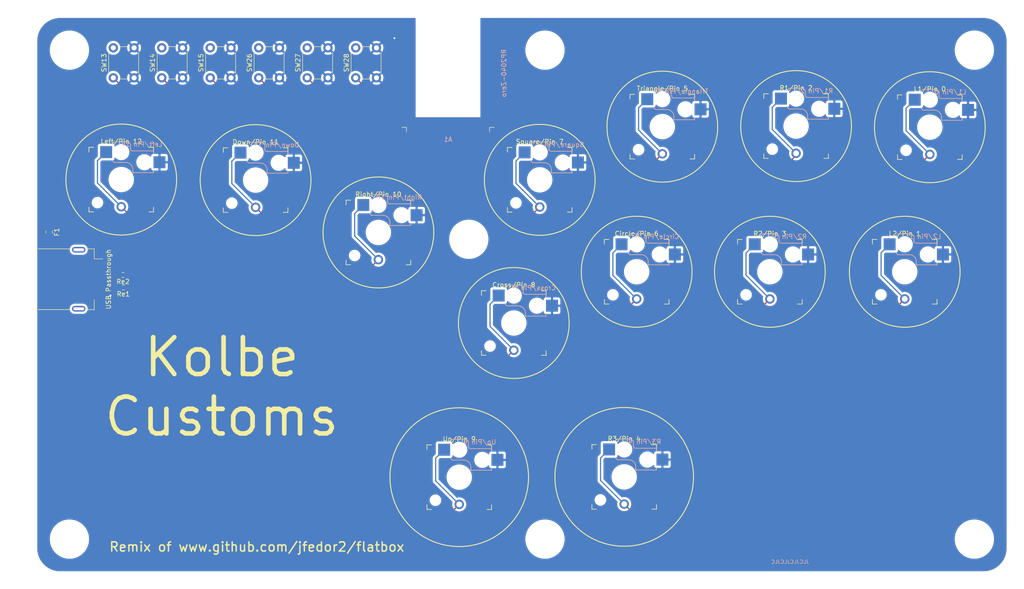
<source format=kicad_pcb>
(kicad_pcb (version 20221018) (generator pcbnew)
  (layers (0 "F.Cu" signal) (31 "B.Cu" signal) (34 "B.Paste" user) (35 "F.Paste" user) (36 "B.SilkS" user "B.Silkscreen") (37 "F.SilkS" user "F.Silkscreen") (38 "B.Mask" user) (39 "F.Mask" user) (44 "Edge.Cuts" user))
  (net 0 "")
  (net 1 "GND")
  (net 2 "LEFT")
  (net 3 "DOWN")
  (net 4 "RIGHT")
  (net 5 "UP")
  (net 6 "L1")
  (net 7 "R1")
  (net 8 "TRIANGLE")
  (net 9 "SQUARE")
  (net 10 "CIRCLE")
  (net 11 "CROSS")
  (net 12 "R2")
  (net 13 "L2")
  (net 14 "OPT1")
  (net 15 "OPT2")
  (net 16 "OPT3")
  (net 17 "OPT4")
  (net 18 "OPT5")
  (net 19 "TOUCH")
  (net 20 "5V")
  (net 21 "D-")
  (net 22 "D+")
  (net 23 "3V3")
  (footprint "Kailh:Kailh_socket_PG1350_optional" (layer "F.Cu") (at 87.32 65.17)
    (fp_text reference "Down/Pin 11")
    (fp_text value "SW_Push")
  )
  (footprint "Kailh:Kailh_socket_PG1350_optional" (layer "F.Cu") (at 113.92 76.52)
    (fp_text reference "Right/Pin 10")
    (fp_text value "SW_Push")
  )
  (footprint "Kailh:Kailh_socket_PG1350_optional" (layer "F.Cu") (at 131.43 129.57)
    (fp_text reference "Up/Pin 9")
    (fp_text value "SW_Push")
  )
  (footprint "Kailh:Kailh_socket_PG1350_optional" (layer "F.Cu") (at 148.86 65.11)
    (fp_text reference "Square/Pin 7")
    (fp_text value "SW_Push")
  )
  (footprint "Kailh:Kailh_socket_PG1350_optional" (layer "F.Cu") (at 175.42 53.58)
    (fp_text reference "Triangle/Pin 5")
    (fp_text value "SW_Push")
  )
  (footprint "Kailh:Kailh_socket_PG1350_optional" (layer "F.Cu") (at 204.39 53.46)
    (fp_text reference "R1/Pin 2")
    (fp_text value "SW_Push")
  )
  (footprint "Kailh:Kailh_socket_PG1350_optional" (layer "F.Cu") (at 233.36 53.7)
    (fp_text reference "L1/Pin 0")
    (fp_text value "SW_Push")
  )
  (footprint "Kailh:Kailh_socket_PG1350_optional" (layer "F.Cu") (at 143.25 96.15)
    (fp_text reference "Cross/Pin 8")
    (fp_text value "SW_Push")
  )
  (footprint "Kailh:Kailh_socket_PG1350_optional" (layer "F.Cu") (at 169.86 85.04)
    (fp_text reference "Circle/Pin 6")
    (fp_text value "SW_Push")
  )
  (footprint "Kailh:Kailh_socket_PG1350_optional" (layer "F.Cu") (at 198.71 85.04)
    (fp_text reference "R2/Pin 3")
    (fp_text value "SW_Push")
  )
  (footprint "Kailh:Kailh_socket_PG1350_optional" (layer "F.Cu") (at 227.92 85.04)
    (fp_text reference "L2/Pin 1")
    (fp_text value "SW_Push")
  )
  (footprint "MountingHole:MountingHole_6.4mm_M6" (layer "F.Cu") (at 47 37)
    (fp_text reference "H1" hide)
    (fp_text value "MountingHole")
  )
  (footprint "MountingHole:MountingHole_6.4mm_M6" (layer "F.Cu") (at 47 143)
    (fp_text reference "H4" hide)
    (fp_text value "MountingHole")
  )
  (footprint "MountingHole:MountingHole_6.4mm_M6" (layer "F.Cu") (at 243 143)
    (fp_text reference "H6" hide)
    (fp_text value "MountingHole")
  )
  (footprint "MountingHole:MountingHole_6.4mm_M6" (layer "F.Cu") (at 243 37)
    (fp_text reference "H3" hide)
    (fp_text value "MountingHole")
  )
  (footprint "Kailh:Kailh_socket_PG1350_optional" (layer "F.Cu") (at 58.225 65.05)
    (fp_text reference "Left/Pin 12")
    (fp_text value "SW_Push")
  )
  (footprint "MountingHole:MountingHole_6.4mm_M6" (layer "F.Cu") (at 150 37)
    (fp_text reference "H2" hide)
    (fp_text value "MountingHole")
  )
  (footprint "Button_Switch_THT:SW_PUSH_6mm_H5mm" (layer "F.Cu") (at 88 43 90)
    (fp_text reference "SW26")
    (fp_text value "SW_Push")
  )
  (footprint "Button_Switch_THT:SW_PUSH_6mm_H5mm" (layer "F.Cu") (at 67 43 90)
    (fp_text reference "SW14")
    (fp_text value "SW_Push")
  )
  (footprint "Button_Switch_THT:SW_PUSH_6mm_H5mm" (layer "F.Cu") (at 98.5 43 90)
    (fp_text reference "SW27")
    (fp_text value "SW_Push")
  )
  (footprint "Button_Switch_THT:SW_PUSH_6mm_H5mm" (layer "F.Cu") (at 56.5 43 90)
    (fp_text reference "SW13")
    (fp_text value "SW_Push")
  )
  (footprint "Button_Switch_THT:SW_PUSH_6mm_H5mm" (layer "F.Cu") (at 77.5 43 90)
    (fp_text reference "SW15")
    (fp_text value "SW_Push")
  )
  (footprint "Button_Switch_THT:SW_PUSH_6mm_H5mm" (layer "F.Cu") (at 109 43 90)
    (fp_text reference "SW28")
    (fp_text value "SW_Push")
  )
  (footprint "MountingHole:MountingHole_6.4mm_M6" (layer "F.Cu") (at 133.5 78)
    (fp_text reference "H7" hide)
    (fp_text value "MountingHole")
  )
  (footprint "MountingHole:MountingHole_6.4mm_M6" (layer "F.Cu") (at 150 143)
    (fp_text reference "H5" hide)
    (fp_text value "MountingHole")
  )
  (footprint "RP2040-Zero:RP2040-Zero" (layer "F.Cu") (at 129 42)
    (fp_text reference "A1")
    (fp_text value "RP2040-Zero")
  )
  (footprint "Connector_USB:USB_A_Receptacle_GCT_USB1046" (layer "F.Cu") (at 45.46 86.66 -90)
    (fp_text reference "USB Passthrough")
    (fp_text value "USB 2.0")
  )
  (footprint "Fuse:Fuse_0805_2012Metric" (layer "F.Cu") (at 42.6 76.4375 -90)
    (fp_text reference "F1")
    (fp_text value "Fuse")
  )
  (footprint "Resistor_SMD:R_0603_1608Metric" (layer "F.Cu") (at 58.6075 85.76 180)
    (fp_text reference "Re2")
    (fp_text value "Resistor 2")
  )
  (footprint "Kailh:Kailh_socket_PG1350_optional" (layer "F.Cu") (at 167.161554 129.505918)
    (fp_text reference "R3/Pin 4")
    (fp_text value "SW_Push")
  )
  (footprint "Resistor_SMD:R_0603_1608Metric" (layer "F.Cu") (at 58.68 88.45 180)
    (fp_text reference "Re1")
    (fp_text value "Resistor 1")
  )
  (gr_curve (pts (xy 75.320345 65.17053) (xy 75.320345 60.873617) (xy 77.606529 56.903105) (xy 81.317714 54.754648)) (stroke (width 0.2)) (layer "F.SilkS"))
  (gr_curve (pts (xy 93.312452 54.754648) (xy 97.023636 56.903105) (xy 99.309821 60.873617) (xy 99.309821 65.17053)) (stroke (width 0.2)) (layer "F.SilkS"))
  (gr_curve (pts (xy 181.412661 63.9974) (xy 177.701476 66.145857) (xy 173.129108 66.145857) (xy 169.417923 63.9974)) (stroke (width 0.2)) (layer "F.SilkS"))
  (gr_curve (pts (xy 233.918028 74.621539) (xy 237.629213 76.769996) (xy 239.915397 80.740507) (xy 239.915397 85.037421)) (stroke (width 0.2)) (layer "F.SilkS"))
  (gr_curve (pts (xy 233.918028 95.453303) (xy 230.206843 97.601759) (xy 225.634475 97.601759) (xy 221.92329 95.453303)) (stroke (width 0.2)) (layer "F.SilkS"))
  (gr_curve (pts (xy 182.162523 129.505583) (xy 182.162523 134.880807) (xy 179.302621 139.847718) (xy 174.660115 142.53533)) (stroke (width 0.2)) (layer "F.SilkS"))
  (gr_curve (pts (xy 123.923745 142.599412) (xy 119.281238 139.9118) (xy 116.421337 134.944889) (xy 116.421337 129.569665)) (stroke (width 0.2)) (layer "F.SilkS"))
  (gr_curve (pts (xy 204.70893 95.453303) (xy 200.997745 97.601759) (xy 196.425377 97.601759) (xy 192.714192 95.453303)) (stroke (width 0.2)) (layer "F.SilkS"))
  (gr_curve (pts (xy 159.655299 116.475836) (xy 164.297805 113.788224) (xy 170.017609 113.788224) (xy 174.660115 116.475836)) (stroke (width 0.2)) (layer "F.SilkS"))
  (gr_curve (pts (xy 192.714192 74.621539) (xy 196.425377 72.473082) (xy 200.997745 72.473082) (xy 204.70893 74.621539)) (stroke (width 0.2)) (layer "F.SilkS"))
  (gr_curve (pts (xy 239.915397 85.037421) (xy 239.915397 89.334334) (xy 237.629213 93.304846) (xy 233.918028 95.453303)) (stroke (width 0.2)) (layer "F.SilkS"))
  (gr_curve (pts (xy 142.865684 75.530868) (xy 139.154499 73.382411) (xy 136.868315 69.4119) (xy 136.868315 65.114986)) (stroke (width 0.2)) (layer "F.SilkS"))
  (gr_curve (pts (xy 210.706299 85.037421) (xy 210.706299 89.334334) (xy 208.420115 93.304846) (xy 204.70893 95.453303)) (stroke (width 0.2)) (layer "F.SilkS"))
  (gr_curve (pts (xy 210.385198 43.047376) (xy 214.096383 45.195832) (xy 216.382567 49.166344) (xy 216.382567 53.463258)) (stroke (width 0.2)) (layer "F.SilkS"))
  (gr_curve (pts (xy 221.92329 95.453303) (xy 218.212105 93.304846) (xy 215.925921 89.334334) (xy 215.925921 85.037421)) (stroke (width 0.2)) (layer "F.SilkS"))
  (gr_curve (pts (xy 93.312452 75.586412) (xy 89.601267 77.734869) (xy 85.028899 77.734869) (xy 81.317714 75.586412)) (stroke (width 0.2)) (layer "F.SilkS"))
  (gr_curve (pts (xy 175.854652 95.453303) (xy 172.143467 97.601759) (xy 167.571099 97.601759) (xy 163.859914 95.453303)) (stroke (width 0.2)) (layer "F.SilkS"))
  (gr_curve (pts (xy 186.716823 85.037421) (xy 186.716823 80.740507) (xy 189.003008 76.769996) (xy 192.714192 74.621539)) (stroke (width 0.2)) (layer "F.SilkS"))
  (gr_curve (pts (xy 138.928561 142.599412) (xy 134.286055 145.287024) (xy 128.566251 145.287024) (xy 123.923745 142.599412)) (stroke (width 0.2)) (layer "F.SilkS"))
  (gr_curve (pts (xy 169.417923 43.165636) (xy 173.129108 41.01718) (xy 177.701476 41.01718) (xy 181.412661 43.165636)) (stroke (width 0.2)) (layer "F.SilkS"))
  (gr_curve (pts (xy 64.221646 54.636398) (xy 67.932831 56.784855) (xy 70.219015 60.755367) (xy 70.219015 65.05228)) (stroke (width 0.2)) (layer "F.SilkS"))
  (gr_curve (pts (xy 245.355098 53.699766) (xy 245.355097 60.342218) (xy 239.98487 65.72699) (xy 233.36036 65.72699)) (stroke (width 0.2)) (layer "F.SilkS"))
  (gr_curve (pts (xy 160.857791 65.114986) (xy 160.857791 69.4119) (xy 158.571607 73.382411) (xy 154.860422 75.530868)) (stroke (width 0.2)) (layer "F.SilkS"))
  (gr_curve (pts (xy 52.226909 54.636398) (xy 55.938093 52.487941) (xy 60.510462 52.487941) (xy 64.221646 54.636398)) (stroke (width 0.2)) (layer "F.SilkS"))
  (gr_curve (pts (xy 131.255108 96.153426) (xy 131.255108 91.856513) (xy 133.541293 87.886001) (xy 137.252477 85.737546)) (stroke (width 0.2)) (layer "F.SilkS"))
  (gr_curve (pts (xy 192.393091 53.463258) (xy 192.393091 49.166344) (xy 194.679275 45.195832) (xy 198.39046 43.047376)) (stroke (width 0.2)) (layer "F.SilkS"))
  (gr_curve (pts (xy 119.919904 86.938924) (xy 116.208719 89.08738) (xy 111.636351 89.08738) (xy 107.925166 86.938924)) (stroke (width 0.2)) (layer "F.SilkS"))
  (gr_curve (pts (xy 101.927798 76.523042) (xy 101.927798 72.226128) (xy 104.213982 68.255617) (xy 107.925166 66.10716)) (stroke (width 0.2)) (layer "F.SilkS"))
  (gr_curve (pts (xy 137.252477 85.737546) (xy 140.963662 83.589088) (xy 145.53603 83.589088) (xy 149.247215 85.737546)) (stroke (width 0.2)) (layer "F.SilkS"))
  (gr_curve (pts (xy 154.860422 54.699104) (xy 158.571607 56.847561) (xy 160.857791 60.818073) (xy 160.857791 65.114986)) (stroke (width 0.2)) (layer "F.SilkS"))
  (gr_curve (pts (xy 221.92329 74.621539) (xy 225.634475 72.473082) (xy 230.206843 72.473082) (xy 233.918028 74.621539)) (stroke (width 0.2)) (layer "F.SilkS"))
  (gr_curve (pts (xy 181.852021 85.037421) (xy 181.852021 89.334334) (xy 179.565837 93.304846) (xy 175.854652 95.453303)) (stroke (width 0.2)) (layer "F.SilkS"))
  (gr_curve (pts (xy 138.928561 116.539918) (xy 143.571067 119.227529) (xy 146.430969 124.194441) (xy 146.430969 129.569665)) (stroke (width 0.2)) (layer "F.SilkS"))
  (gr_curve (pts (xy 64.221646 75.468162) (xy 60.510462 77.616619) (xy 55.938093 77.616619) (xy 52.226909 75.468162)) (stroke (width 0.2)) (layer "F.SilkS"))
  (gr_curve (pts (xy 227.362991 43.283884) (xy 231.074176 41.135427) (xy 235.646544 41.135427) (xy 239.357729 43.283884)) (stroke (width 0.2)) (layer "F.SilkS"))
  (gr_curve (pts (xy 169.417923 63.9974) (xy 165.706739 61.848943) (xy 163.420555 57.878432) (xy 163.420555 53.581518)) (stroke (width 0.2)) (layer "F.SilkS"))
  (gr_curve (pts (xy 116.421337 129.569665) (xy 116.421337 124.194441) (xy 119.281238 119.227529) (xy 123.923745 116.539918)) (stroke (width 0.2)) (layer "F.SilkS"))
  (gr_curve (pts (xy 149.247215 85.737546) (xy 152.9584 87.886001) (xy 155.244584 91.856513) (xy 155.244584 96.153426)) (stroke (width 0.2)) (layer "F.SilkS"))
  (gr_curve (pts (xy 215.925921 85.037421) (xy 215.925921 80.740507) (xy 218.212105 76.769996) (xy 221.92329 74.621539)) (stroke (width 0.2)) (layer "F.SilkS"))
  (gr_curve (pts (xy 163.859914 95.453303) (xy 160.148729 93.304846) (xy 157.862545 89.334334) (xy 157.862545 85.037421)) (stroke (width 0.2)) (layer "F.SilkS"))
  (gr_curve (pts (xy 181.412661 43.165636) (xy 185.123846 45.314093) (xy 187.41003 49.284605) (xy 187.41003 53.581518)) (stroke (width 0.2)) (layer "F.SilkS"))
  (gr_curve (pts (xy 163.859914 74.621539) (xy 167.571099 72.473082) (xy 172.143467 72.473082) (xy 175.854652 74.621539)) (stroke (width 0.2)) (layer "F.SilkS"))
  (gr_curve (pts (xy 239.357729 43.283884) (xy 243.068914 45.432341) (xy 245.355098 49.402853) (xy 245.355098 53.699766)) (stroke (width 0.2)) (layer "F.SilkS"))
  (gr_curve (pts (xy 70.219015 65.05228) (xy 70.219015 69.349193) (xy 67.932831 73.319705) (xy 64.221646 75.468162)) (stroke (width 0.2)) (layer "F.SilkS"))
  (gr_curve (pts (xy 163.420555 53.581518) (xy 163.420555 49.284605) (xy 165.706739 45.314093) (xy 169.417923 43.165636)) (stroke (width 0.2)) (layer "F.SilkS"))
  (gr_curve (pts (xy 152.152891 129.505583) (xy 152.152891 124.130359) (xy 155.012792 119.163447) (xy 159.655299 116.475836)) (stroke (width 0.2)) (layer "F.SilkS"))
  (gr_curve (pts (xy 107.925166 66.10716) (xy 111.636351 63.958703) (xy 116.208719 63.958703) (xy 119.919904 66.10716)) (stroke (width 0.2)) (layer "F.SilkS"))
  (gr_curve (pts (xy 146.430969 129.569665) (xy 146.430969 134.944889) (xy 143.571067 139.9118) (xy 138.928561 142.599412)) (stroke (width 0.2)) (layer "F.SilkS"))
  (gr_curve (pts (xy 157.862545 85.037421) (xy 157.862545 80.740507) (xy 160.148729 76.769996) (xy 163.859914 74.621539)) (stroke (width 0.2)) (layer "F.SilkS"))
  (gr_curve (pts (xy 119.919904 66.10716) (xy 123.631089 68.255617) (xy 125.917273 72.226128) (xy 125.917273 76.523042)) (stroke (width 0.2)) (layer "F.SilkS"))
  (gr_curve (pts (xy 123.923745 116.539918) (xy 128.566251 113.852306) (xy 134.286055 113.852306) (xy 138.928561 116.539918)) (stroke (width 0.2)) (layer "F.SilkS"))
  (gr_curve (pts (xy 107.925166 86.938924) (xy 104.213982 84.790467) (xy 101.927798 80.819955) (xy 101.927798 76.523042)) (stroke (width 0.2)) (layer "F.SilkS"))
  (gr_curve (pts (xy 210.385198 63.879139) (xy 206.674013 66.027596) (xy 202.101645 66.027596) (xy 198.39046 63.879139)) (stroke (width 0.2)) (layer "F.SilkS"))
  (gr_curve (pts (xy 221.365622 53.699766) (xy 221.365622 49.402853) (xy 223.651806 45.432341) (xy 227.362991 43.283884)) (stroke (width 0.2)) (layer "F.SilkS"))
  (gr_curve (pts (xy 81.317714 75.586412) (xy 77.606529 73.437955) (xy 75.320345 69.467444) (xy 75.320345 65.17053)) (stroke (width 0.2)) (layer "F.SilkS"))
  (gr_curve (pts (xy 187.41003 53.581518) (xy 187.41003 57.878432) (xy 185.123846 61.848943) (xy 181.412661 63.9974)) (stroke (width 0.2)) (layer "F.SilkS"))
  (gr_curve (pts (xy 198.39046 63.879139) (xy 194.679275 61.730683) (xy 192.393091 57.760171) (xy 192.393091 53.463258)) (stroke (width 0.2)) (layer "F.SilkS"))
  (gr_curve (pts (xy 137.252477 106.569308) (xy 133.541293 104.420852) (xy 131.255108 100.45034) (xy 131.255108 96.153426)) (stroke (width 0.2)) (layer "F.SilkS"))
  (gr_curve (pts (xy 174.660115 142.53533) (xy 170.017609 145.222942) (xy 164.297805 145.222942) (xy 159.655299 142.53533)) (stroke (width 0.2)) (layer "F.SilkS"))
  (gr_curve (pts (xy 81.317714 54.754648) (xy 85.028899 52.606192) (xy 89.601267 52.606192) (xy 93.312452 54.754648)) (stroke (width 0.2)) (layer "F.SilkS"))
  (gr_curve (pts (xy 136.868315 65.114986) (xy 136.868315 60.818073) (xy 139.154499 56.847561) (xy 142.865684 54.699104)) (stroke (width 0.2)) (layer "F.SilkS"))
  (gr_curve (pts (xy 159.655299 142.53533) (xy 155.012792 139.847718) (xy 152.152891 134.880807) (xy 152.152891 129.505583)) (stroke (width 0.2)) (layer "F.SilkS"))
  (gr_curve (pts (xy 149.247215 106.569308) (xy 145.53603 108.717765) (xy 140.963662 108.717765) (xy 137.252477 106.569308)) (stroke (width 0.2)) (layer "F.SilkS"))
  (gr_curve (pts (xy 155.244584 96.153426) (xy 155.244584 100.45034) (xy 152.9584 104.420852) (xy 149.247215 106.569308)) (stroke (width 0.2)) (layer "F.SilkS"))
  (gr_curve (pts (xy 99.309821 65.17053) (xy 99.309821 69.467444) (xy 97.023636 73.437955) (xy 93.312452 75.586412)) (stroke (width 0.2)) (layer "F.SilkS"))
  (gr_curve (pts (xy 192.714192 95.453303) (xy 189.003008 93.304846) (xy 186.716823 89.334334) (xy 186.716823 85.037421)) (stroke (width 0.2)) (layer "F.SilkS"))
  (gr_curve (pts (xy 175.854652 74.621539) (xy 179.565837 76.769996) (xy 181.852021 80.740507) (xy 181.852021 85.037421)) (stroke (width 0.2)) (layer "F.SilkS"))
  (gr_curve (pts (xy 174.660115 116.475836) (xy 179.302621 119.163447) (xy 182.162523 124.130359) (xy 182.162523 129.505583)) (stroke (width 0.2)) (layer "F.SilkS"))
  (gr_curve (pts (xy 52.226909 75.468162) (xy 48.515724 73.319705) (xy 46.22954 69.349193) (xy 46.22954 65.05228)) (stroke (width 0.2)) (layer "F.SilkS"))
  (gr_curve (pts (xy 46.22954 65.05228) (xy 46.22954 60.755367) (xy 48.515724 56.784855) (xy 52.226909 54.636398)) (stroke (width 0.2)) (layer "F.SilkS"))
  (gr_curve (pts (xy 125.917273 76.523042) (xy 125.917273 80.819955) (xy 123.631089 84.790467) (xy 119.919904 86.938924)) (stroke (width 0.2)) (layer "F.SilkS"))
  (gr_curve (pts (xy 233.36036 65.72699) (xy 226.73585 65.72699) (xy 221.365623 60.342218) (xy 221.365622 53.699766)) (stroke (width 0.2)) (layer "F.SilkS"))
  (gr_curve (pts (xy 154.860422 75.530868) (xy 151.149237 77.679325) (xy 146.576869 77.679325) (xy 142.865684 75.530868)) (stroke (width 0.2)) (layer "F.SilkS"))
  (gr_curve (pts (xy 204.70893 74.621539) (xy 208.420115 76.769996) (xy 210.706299 80.740507) (xy 210.706299 85.037421)) (stroke (width 0.2)) (layer "F.SilkS"))
  (gr_curve (pts (xy 198.39046 43.047376) (xy 202.101645 40.898919) (xy 206.674013 40.898919) (xy 210.385198 43.047376)) (stroke (width 0.2)) (layer "F.SilkS"))
  (gr_curve (pts (xy 216.382567 53.463258) (xy 216.382567 57.760171) (xy 214.096383 61.730683) (xy 210.385198 63.879139)) (stroke (width 0.2)) (layer "F.SilkS"))
  (gr_curve (pts (xy 142.865684 54.699104) (xy 146.576869 52.550648) (xy 151.149237 52.550648) (xy 154.860422 54.699104)) (stroke (width 0.2)) (layer "F.SilkS"))
  (gr_line (start 250 35) (end 250 145) (stroke (width 0.05)) (layer "Edge.Cuts"))
  (gr_line (start 245 150) (end 45 150) (stroke (width 0.05)) (layer "Edge.Cuts"))
  (gr_line (start 40 145) (end 40 35) (stroke (width 0.05)) (layer "Edge.Cuts"))
  (gr_line (start 45 30) (end 122 30) (stroke (width 0.05)) (layer "Edge.Cuts"))
  (gr_line (start 136 30) (end 245 30) (stroke (width 0.05)) (layer "Edge.Cuts"))
  (gr_line (start 122 30) (end 122 51.5) (stroke (width 0.05)) (layer "Edge.Cuts"))
  (gr_arc (start 40 35) (mid 41.464466 31.464466) (end 45 30) (stroke (width 0.05)) (layer "Edge.Cuts"))
  (gr_line (start 136 51.5) (end 136 30) (stroke (width 0.05)) (layer "Edge.Cuts"))
  (gr_arc (start 45 150) (mid 41.464466 148.535534) (end 40 145) (stroke (width 0.05)) (layer "Edge.Cuts"))
  (gr_arc (start 250 145) (mid 248.535534 148.535534) (end 245 150) (stroke (width 0.05)) (layer "Edge.Cuts"))
  (gr_arc (start 245 30) (mid 248.535534 31.464466) (end 250 35) (stroke (width 0.05)) (layer "Edge.Cuts"))
  (gr_line (start 122 51.5) (end 136 51.5) (stroke (width 0.05)) (layer "Edge.Cuts"))
  (gr_text "RP2040-Zero" (at 141.1 42 90) (layer "B.SilkS") (effects (font (size 1 1)) (justify mirror)))
  (gr_text "JLCJLCJLCJLC" (at 203.08 147.91) (layer "B.SilkS") (effects (font (size 0.8 0.8) (thickness 0.12)) (justify mirror)))
  (gr_text "Remix of www.github.com/jfedor2/flatbox" (at 87.59 144.68) (layer "F.SilkS") (effects (font (size 2 2) (thickness 0.3))))
  (gr_text "Kolbe\nCustoms" (at 80 110) (layer "F.SilkS") (effects (font (size 8 8) (thickness 1))))
  (segment (start 117.42 34.38) (end 117.4 34.4) (width 0.381) (layer "F.Cu") (net 1))
  (segment (start 55.86 90.16) (end 55.9 90.2) (width 0.381) (layer "F.Cu") (net 1))
  (segment (start 52.71 90.16) (end 55.86 90.16) (width 0.381) (layer "F.Cu") (net 1))
  (segment (start 119.84 34.38) (end 117.42 34.38) (width 0.381) (layer "F.Cu") (net 1))
  (via (at 117.4 34.4) (size 0.8) (drill 0.4) (layers "F.Cu" "B.Cu") (net 1))
  (via (at 55.9 90.2) (size 0.8) (drill 0.4) (layers "F.Cu" "B.Cu") (net 1))
  (segment (start 58.225 70.95) (end 64.175 76.9) (width 0.254) (layer "F.Cu") (net 2))
  (segment (start 110.95 52.45) (end 115.16 56.66) (width 0.254) (layer "F.Cu") (net 2))
  (segment (start 68.75 76.9) (end 72.3 73.35) (width 0.254) (layer "F.Cu") (net 2))
  (segment (start 115.16 56.66) (end 125.73 56.66) (width 0.254) (layer "F.Cu") (net 2))
  (segment (start 125.73 56.66) (end 126.46 55.93) (width 0.254) (layer "F.Cu") (net 2))
  (segment (start 78.75 52.45) (end 110.95 52.45) (width 0.254) (layer "F.Cu") (net 2))
  (segment (start 126.46 55.93) (end 126.46 53.7) (width 0.254) (layer "F.Cu") (net 2))
  (segment (start 64.175 76.9) (end 68.75 76.9) (width 0.254) (layer "F.Cu") (net 2))
  (segment (start 126.46 53.7) (end 126.46 54.54) (width 0.254) (layer "F.Cu") (net 2))
  (segment (start 72.3 58.9) (end 78.75 52.45) (width 0.254) (layer "F.Cu") (net 2))
  (segment (start 72.3 73.35) (end 72.3 58.9) (width 0.254) (layer "F.Cu") (net 2))
  (segment (start 58.225 70.95) (end 53.07 65.795) (width 0.254) (layer "B.Cu") (net 2))
  (segment (start 53.07 60.98) (end 54.95 59.1) (width 0.254) (layer "B.Cu") (net 2))
  (segment (start 53.07 65.795) (end 53.07 60.98) (width 0.254) (layer "B.Cu") (net 2))
  (segment (start 87.32 71.07) (end 92.85 76.6) (width 0.254) (layer "F.Cu") (net 3))
  (segment (start 92.85 76.6) (end 94.05 76.6) (width 0.254) (layer "F.Cu") (net 3))
  (segment (start 129 55.935) (end 129 53.7) (width 0.254) (layer "F.Cu") (net 3))
  (segment (start 94.05 76.6) (end 112.95 57.7) (width 0.254) (layer "F.Cu") (net 3))
  (segment (start 112.95 57.7) (end 127.235 57.7) (width 0.254) (layer "F.Cu") (net 3))
  (segment (start 127.235 57.7) (end 129 55.935) (width 0.254) (layer "F.Cu") (net 3))
  (segment (start 82.17 65.92) (end 87.32 71.07) (width 0.254) (layer "B.Cu") (net 3))
  (segment (start 82.17 61.095) (end 82.17 65.92) (width 0.254) (layer "B.Cu") (net 3))
  (segment (start 84.045 59.22) (end 82.17 61.095) (width 0.254) (layer "B.Cu") (net 3))
  (segment (start 113.48 58.84) (end 101.15 71.17) (width 0.254) (layer "F.Cu") (net 4))
  (segment (start 131.54 53.7) (end 131.54 54.36) (width 0.254) (layer "F.Cu") (net 4))
  (segment (start 131.54 53.7) (end 131.54 55.97) (width 0.254) (layer "F.Cu") (net 4))
  (segment (start 101.15 71.17) (end 101.15 85.3) (width 0.254) (layer "F.Cu") (net 4))
  (segment (start 131.54 55.97) (end 128.67 58.84) (width 0.254) (layer "F.Cu") (net 4))
  (segment (start 101.15 85.3) (end 104 88.15) (width 0.254) (layer "F.Cu") (net 4))
  (segment (start 108.19 88.15) (end 113.92 82.42) (width 0.254) (layer "F.Cu") (net 4))
  (segment (start 128.67 58.84) (end 113.48 58.84) (width 0.254) (layer "F.Cu") (net 4))
  (segment (start 104 88.15) (end 108.19 88.15) (width 0.254) (layer "F.Cu") (net 4))
  (segment (start 110.645 70.57) (end 108.77 72.445) (width 0.254) (layer "B.Cu") (net 4))
  (segment (start 108.77 77.27) (end 113.92 82.42) (width 0.254) (layer "B.Cu") (net 4))
  (segment (start 108.77 72.445) (end 108.77 77.27) (width 0.254) (layer "B.Cu") (net 4))
  (segment (start 114.21 114.74) (end 114.21 140.45) (width 0.254) (layer "F.Cu") (net 5))
  (segment (start 134.08 53.7) (end 134.08 55.8) (width 0.254) (layer "F.Cu") (net 5))
  (segment (start 127.69 59.93) (end 126.14599 61.47401) (width 0.254) (layer "F.Cu") (net 5))
  (segment (start 134.08 53.7) (end 134.08 54.42) (width 0.254) (layer "F.Cu") (net 5))
  (segment (start 134.08 55.8) (end 129.95 59.93) (width 0.254) (layer "F.Cu") (net 5))
  (segment (start 126.14599 61.47401) (end 126.14599 102.80401) (width 0.254) (layer "F.Cu") (net 5))
  (segment (start 123.2 143.7) (end 131.43 135.47) (width 0.254) (layer "F.Cu") (net 5))
  (segment (start 129.95 59.93) (end 127.69 59.93) (width 0.254) (layer "F.Cu") (net 5))
  (segment (start 126.14599 102.80401) (end 114.21 114.74) (width 0.254) (layer "F.Cu") (net 5))
  (segment (start 117.46 143.7) (end 123.2 143.7) (width 0.254) (layer "F.Cu") (net 5))
  (segment (start 114.21 140.45) (end 117.46 143.7) (width 0.254) (layer "F.Cu") (net 5))
  (segment (start 126.32 125.455) (end 126.32 130.36) (width 0.254) (layer "B.Cu") (net 5))
  (segment (start 126.32 130.36) (end 131.43 135.47) (width 0.254) (layer "B.Cu") (net 5))
  (segment (start 128.155 123.62) (end 126.32 125.455) (width 0.254) (layer "B.Cu") (net 5))
  (segment (start 143.16 39.82) (end 149.04 45.7) (width 0.254) (layer "F.Cu") (net 6))
  (segment (start 143.16 34.61) (end 143.16 39.82) (width 0.254) (layer "F.Cu") (net 6))
  (segment (start 160.09 38.54) (end 210.59 38.54) (width 0.254) (layer "F.Cu") (net 6))
  (segment (start 210.59 38.54) (end 219.8 47.75) (width 0.254) (layer "F.Cu") (net 6))
  (segment (start 140.39 31.84) (end 143.16 34.61) (width 0.254) (layer "F.Cu") (net 6))
  (segment (start 219.8 61.55) (end 223.4 65.15) (width 0.254) (layer "F.Cu") (net 6))
  (segment (start 219.8 47.75) (end 219.8 61.55) (width 0.254) (layer "F.Cu") (net 6))
  (segment (start 152.93 45.7) (end 160.09 38.54) (width 0.254) (layer "F.Cu") (net 6))
  (segment (start 223.4 65.15) (end 227.81 65.15) (width 0.254) (layer "F.Cu") (net 6))
  (segment (start 149.04 45.7) (end 152.93 45.7) (width 0.254) (layer "F.Cu") (net 6))
  (segment (start 138.16 31.84) (end 140.39 31.84) (width 0.254) (layer "F.Cu") (net 6))
  (segment (start 227.81 65.15) (end 233.36 59.6) (width 0.254) (layer "F.Cu") (net 6))
  (segment (start 228.21 54.45) (end 233.36 59.6) (width 0.254) (layer "B.Cu") (net 6))
  (segment (start 228.21 49.625) (end 228.21 54.45) (width 0.254) (layer "B.Cu") (net 6))
  (segment (start 230.085 47.75) (end 228.21 49.625) (width 0.254) (layer "B.Cu") (net 6))
  (segment (start 190.9 62.85) (end 193.9 65.85) (width 0.254) (layer "F.Cu") (net 7))
  (segment (start 161.2 40) (end 184.25 40) (width 0.254) (layer "F.Cu") (net 7))
  (segment (start 147.92 47.4) (end 153.8 47.4) (width 0.254) (layer "F.Cu") (net 7))
  (segment (start 141.37 40.85) (end 147.92 47.4) (width 0.254) (layer "F.Cu") (net 7))
  (segment (start 141.37 38.16) (end 141.37 40.85) (width 0.254) (layer "F.Cu") (net 7))
  (segment (start 204.39 59.81) (end 204.39 59.36) (width 0.254) (layer "F.Cu") (net 7))
  (segment (start 198.35 65.85) (end 204.39 59.81) (width 0.254) (layer "F.Cu") (net 7))
  (segment (start 138.16 36.92) (end 140.13 36.92) (width 0.254) (layer "F.Cu") (net 7))
  (segment (start 140.13 36.92) (end 141.37 38.16) (width 0.254) (layer "F.Cu") (net 7))
  (segment (start 153.8 47.4) (end 161.2 40) (width 0.254) (layer "F.Cu") (net 7))
  (segment (start 193.9 65.85) (end 198.35 65.85) (width 0.254) (layer "F.Cu") (net 7))
  (segment (start 184.25 40) (end 190.9 46.65) (width 0.254) (layer "F.Cu") (net 7))
  (segment (start 190.9 46.65) (end 190.9 62.85) (width 0.254) (layer "F.Cu") (net 7))
  (segment (start 199.23 49.395) (end 199.23 54.2) (width 0.254) (layer "B.Cu") (net 7))
  (segment (start 201.115 47.51) (end 199.23 49.395) (width 0.254) (layer "B.Cu") (net 7))
  (segment (start 199.23 54.2) (end 204.39 59.36) (width 0.254) (layer "B.Cu") (net 7))
  (segment (start 140.57 44.54) (end 147.61 51.58) (width 0.254) (layer "F.Cu") (net 8))
  (segment (start 147.61 51.58) (end 156.98 51.58) (width 0.254) (layer "F.Cu") (net 8))
  (segment (start 165.95 65.05) (end 169.85 65.05) (width 0.254) (layer "F.Cu") (net 8))
  (segment (start 162.65 57.25) (end 162.65 61.75) (width 0.254) (layer "F.Cu") (net 8))
  (segment (start 156.98 51.58) (end 162.65 57.25) (width 0.254) (layer "F.Cu") (net 8))
  (segment (start 138.16 44.54) (end 140.57 44.54) (width 0.254) (layer "F.Cu") (net 8))
  (segment (start 162.65 61.75) (end 165.95 65.05) (width 0.254) (layer "F.Cu") (net 8))
  (segment (start 169.85 65.05) (end 175.42 59.48) (width 0.254) (layer "F.Cu") (net 8))
  (segment (start 170.27 54.33) (end 175.42 59.48) (width 0.254) (layer "B.Cu") (net 8))
  (segment (start 170.27 49.505) (end 170.27 54.33) (width 0.254) (layer "B.Cu") (net 8))
  (segment (start 172.145 47.63) (end 170.27 49.505) (width 0.254) (layer "B.Cu") (net 8))
  (segment (start 135.1 69.6) (end 141.85 76.35) (width 0.254) (layer "F.Cu") (net 9))
  (segment (start 138.16 49.62) (end 140.17 49.62) (width 0.254) (layer "F.Cu") (net 9))
  (segment (start 138.16 49.62) (end 139.22 49.62) (width 0.254) (layer "F.Cu") (net 9))
  (segment (start 140.17 49.62) (end 140.82 50.27) (width 0.254) (layer "F.Cu") (net 9))
  (segment (start 143.52 76.35) (end 148.86 71.01) (width 0.254) (layer "F.Cu") (net 9))
  (segment (start 140.82 50.27) (end 140.82 54.18) (width 0.254) (layer "F.Cu") (net 9))
  (segment (start 135.1 59.9) (end 135.1 69.6) (width 0.254) (layer "F.Cu") (net 9))
  (segment (start 141.85 76.35) (end 143.52 76.35) (width 0.254) (layer "F.Cu") (net 9))
  (segment (start 140.82 54.18) (end 135.1 59.9) (width 0.254) (layer "F.Cu") (net 9))
  (segment (start 145.585 59.16) (end 143.72 61.025) (width 0.254) (layer "B.Cu") (net 9))
  (segment (start 143.72 65.87) (end 148.86 71.01) (width 0.254) (layer "B.Cu") (net 9))
  (segment (start 143.72 61.025) (end 143.72 65.87) (width 0.254) (layer "B.Cu") (net 9))
  (segment (start 138.16 47.08) (end 139.08 47.08) (width 0.254) (layer "F.Cu") (net 10))
  (segment (start 147.05 52.5) (end 156.525 52.5) (width 0.254) (layer "F.Cu") (net 10))
  (segment (start 160.4 96.7) (end 164.1 96.7) (width 0.254) (layer "F.Cu") (net 10))
  (segment (start 164.1 96.7) (end 169.86 90.94) (width 0.254) (layer "F.Cu") (net 10))
  (segment (start 156.525 52.5) (end 161.75 57.725) (width 0.254) (layer "F.Cu") (net 10))
  (segment (start 138.16 47.08) (end 141.63 47.08) (width 0.254) (layer "F.Cu") (net 10))
  (segment (start 161.75 57.725) (end 161.75 72.95) (width 0.254) (layer "F.Cu") (net 10))
  (segment (start 156.65 92.95) (end 160.4 96.7) (width 0.254) (layer "F.Cu") (net 10))
  (segment (start 141.63 47.08) (end 147.05 52.5) (width 0.254) (layer "F.Cu") (net 10))
  (segment (start 161.75 72.95) (end 156.65 78.05) (width 0.254) (layer "F.Cu") (net 10))
  (segment (start 156.65 78.05) (end 156.65 92.95) (width 0.254) (layer "F.Cu") (net 10))
  (segment (start 164.71 85.81) (end 169.84 90.94) (width 0.254) (layer "B.Cu") (net 10))
  (segment (start 166.585 79.09) (end 164.71 80.965) (width 0.254) (layer "B.Cu") (net 10))
  (segment (start 164.71 80.965) (end 164.71 85.81) (width 0.254) (layer "B.Cu") (net 10))
  (segment (start 169.84 90.94) (end 169.86 90.94) (width 0.254) (layer "B.Cu") (net 10))
  (segment (start 132.2 108.05) (end 126.95 102.8) (width 0.254) (layer "F.Cu") (net 11))
  (segment (start 138.16 52.16) (end 138.96 52.16) (width 0.254) (layer "F.Cu") (net 11))
  (segment (start 128.22 60.83) (end 131.19 60.83) (width 0.254) (layer "F.Cu") (net 11))
  (segment (start 143.25 102.05) (end 137.25 108.05) (width 0.254) (layer "F.Cu") (net 11))
  (segment (start 126.95 102.8) (end 126.95 62.1) (width 0.254) (layer "F.Cu") (net 11))
  (segment (start 137.25 108.05) (end 132.2 108.05) (width 0.254) (layer "F.Cu") (net 11))
  (segment (start 126.95 62.1) (end 128.22 60.83) (width 0.254) (layer "F.Cu") (net 11))
  (segment (start 138.16 53.86) (end 138.16 52.16) (width 0.254) (layer "F.Cu") (net 11))
  (segment (start 131.19 60.83) (end 138.16 53.86) (width 0.254) (layer "F.Cu") (net 11))
  (segment (start 139.975 90.2) (end 138.1 92.075) (width 0.254) (layer "B.Cu") (net 11))
  (segment (start 138.1 96.9) (end 143.25 102.05) (width 0.254) (layer "B.Cu") (net 11))
  (segment (start 138.1 92.075) (end 138.1 96.9) (width 0.254) (layer "B.Cu") (net 11))
  (segment (start 188.7 75.35) (end 184.25 79.8) (width 0.254) (layer "F.Cu") (net 12))
  (segment (start 147.25 48.2) (end 154.2 48.2) (width 0.254) (layer "F.Cu") (net 12))
  (segment (start 188.7 47.15) (end 188.7 75.35) (width 0.254) (layer "F.Cu") (net 12))
  (segment (start 138.16 39.46) (end 140.26 39.46) (width 0.254) (layer "F.Cu") (net 12))
  (segment (start 154.2 48.2) (end 161.71 40.69) (width 0.254) (layer "F.Cu") (net 12))
  (segment (start 192.6 97.05) (end 198.71 90.94) (width 0.254) (layer "F.Cu") (net 12))
  (segment (start 140.73 41.772053) (end 147.157947 48.2) (width 0.254) (layer "F.Cu") (net 12))
  (segment (start 161.71 40.69) (end 182.24 40.69) (width 0.254) (layer "F.Cu") (net 12))
  (segment (start 184.25 79.8) (end 184.25 92.7) (width 0.254) (layer "F.Cu") (net 12))
  (segment (start 188.6 97.05) (end 192.6 97.05) (width 0.254) (layer "F.Cu") (net 12))
  (segment (start 184.25 92.7) (end 188.6 97.05) (width 0.254) (layer "F.Cu") (net 12))
  (segment (start 140.73 39.93) (end 140.73 41.772053) (width 0.254) (layer "F.Cu") (net 12))
  (segment (start 147.157947 48.2) (end 147.25 48.2) (width 0.254) (layer "F.Cu") (net 12))
  (segment (start 140.26 39.46) (end 140.73 39.93) (width 0.254) (layer "F.Cu") (net 12))
  (segment (start 182.24 40.69) (end 188.7 47.15) (width 0.254) (layer "F.Cu") (net 12))
  (segment (start 193.54 80.985) (end 193.54 85.77) (width 0.254) (layer "B.Cu") (net 12))
  (segment (start 193.54 85.77) (end 198.71 90.94) (width 0.254) (layer "B.Cu") (net 12))
  (segment (start 195.435 79.09) (end 193.54 80.985) (width 0.254) (layer "B.Cu") (net 12))
  (segment (start 142.27 40.29) (end 148.58 46.6) (width 0.254) (layer "F.Cu") (net 13))
  (segment (start 140.43 34.38) (end 142.27 36.22) (width 0.254) (layer "F.Cu") (net 13))
  (segment (start 214 79.25) (end 214 93.75) (width 0.254) (layer "F.Cu") (net 13))
  (segment (start 153.375 46.6) (end 160.775 39.2) (width 0.254) (layer "F.Cu") (net 13))
  (segment (start 221.86 97) (end 227.92 90.94) (width 0.254) (layer "F.Cu") (net 13))
  (segment (start 148.58 46.6) (end 153.375 46.6) (width 0.254) (layer "F.Cu") (net 13))
  (segment (start 218 75.25) (end 214 79.25) (width 0.254) (layer "F.Cu") (net 13))
  (segment (start 208.6 39.2) (end 218 48.6) (width 0.254) (layer "F.Cu") (net 13))
  (segment (start 214 93.75) (end 217.25 97) (width 0.254) (layer "F.Cu") (net 13))
  (segment (start 217.25 97) (end 221.86 97) (width 0.254) (layer "F.Cu") (net 13))
  (segment (start 160.775 39.2) (end 208.6 39.2) (width 0.254) (layer "F.Cu") (net 13))
  (segment (start 218 48.6) (end 218 75.25) (width 0.254) (layer "F.Cu") (net 13))
  (segment (start 142.27 36.22) (end 142.27 40.29) (width 0.254) (layer "F.Cu") (net 13))
  (segment (start 138.16 34.38) (end 140.43 34.38) (width 0.254) (layer "F.Cu") (net 13))
  (segment (start 222.8 80.935) (end 222.8 85.82) (width 0.254) (layer "B.Cu") (net 13))
  (segment (start 224.645 79.09) (end 222.8 80.935) (width 0.254) (layer "B.Cu") (net 13))
  (segment (start 222.8 85.82) (end 227.92 90.94) (width 0.254) (layer "B.Cu") (net 13))
  (segment (start 64.68 51.18) (end 56.5 43) (width 0.254) (layer "F.Cu") (net 14))
  (segment (start 117.3 55.4) (end 122.22 55.4) (width 0.254) (layer "F.Cu") (net 14))
  (segment (start 113.08 51.18) (end 64.68 51.18) (width 0.254) (layer "F.Cu") (net 14))
  (segment (start 113.08 51.18) (end 117.3 55.4) (width 0.254) (layer "F.Cu") (net 14))
  (segment (start 122.22 55.4) (end 123.92 53.7) (width 0.254) (layer "F.Cu") (net 14))
  (segment (start 123.92 53.7) (end 123.92 54.58) (width 0.254) (layer "F.Cu") (net 14))
  (segment (start 119.84 52.16) (end 119.06 52.16) (width 0.254) (layer "F.Cu") (net 15))
  (segment (start 117.89 52.16) (end 119.84 52.16) (width 0.254) (layer "F.Cu") (net 15))
  (segment (start 73.97 49.97) (end 115.7 49.97) (width 0.254) (layer "F.Cu") (net 15))
  (segment (start 115.7 49.97) (end 117.89 52.16) (width 0.254) (layer "F.Cu") (net 15))
  (segment (start 67 43) (end 73.97 49.97) (width 0.254) (layer "F.Cu") (net 15))
  (segment (start 83.08 48.58) (end 117.04 48.58) (width 0.254) (layer "F.Cu") (net 16))
  (segment (start 77.5 43) (end 83.08 48.58) (width 0.254) (layer "F.Cu") (net 16))
  (segment (start 118.08 49.62) (end 119.84 49.62) (width 0.254) (layer "F.Cu") (net 16))
  (segment (start 117.04 48.58) (end 118.08 49.62) (width 0.254) (layer "F.Cu") (net 16))
  (segment (start 119.84 47.08) (end 119.72 47.2) (width 0.254) (layer "F.Cu") (net 17))
  (segment (start 92.25 47.25) (end 119.67 47.25) (width 0.254) (layer "F.Cu") (net 17))
  (segment (start 88 43) (end 92.25 47.25) (width 0.254) (layer "F.Cu") (net 17))
  (segment (start 119.67 47.25) (end 119.84 47.08) (width 0.254) (layer "F.Cu") (net 17))
  (segment (start 116.5 46.25) (end 118.21 44.54) (width 0.254) (layer "F.Cu") (net 18))
  (segment (start 101.75 46.25) (end 116.5 46.25) (width 0.254) (layer "F.Cu") (net 18))
  (segment (start 118.21 44.54) (end 119.84 44.54) (width 0.254) (layer "F.Cu") (net 18))
  (segment (start 98.5 43) (end 101.75 46.25) (width 0.254) (layer "F.Cu") (net 18))
  (segment (start 119.84 44.54) (end 118.91 44.54) (width 0.254) (layer "F.Cu") (net 18))
  (segment (start 138.16 42) (end 139.68 42) (width 0.254) (layer "F.Cu") (net 19))
  (segment (start 183.57 139.31) (end 179.76 143.12) (width 0.254) (layer "F.Cu") (net 19))
  (segment (start 162.16 41.44) (end 182.01 41.44) (width 0.254) (layer "F.Cu") (net 19))
  (segment (start 183.57 79.39) (end 183.57 139.31) (width 0.254) (layer "F.Cu") (net 19))
  (segment (start 179.76 143.12) (end 174.875636 143.12) (width 0.254) (layer "F.Cu") (net 19))
  (segment (start 188.03 47.46) (end 188.03 74.93) (width 0.254) (layer "F.Cu") (net 19))
  (segment (start 154.6 49) (end 162.16 41.44) (width 0.254) (layer "F.Cu") (net 19))
  (segment (start 139.68 42) (end 146.68 49) (width 0.254) (layer "F.Cu") (net 19))
  (segment (start 188.03 74.93) (end 183.57 79.39) (width 0.254) (layer "F.Cu") (net 19))
  (segment (start 174.875636 143.12) (end 167.161554 135.405918) (width 0.254) (layer "F.Cu") (net 19))
  (segment (start 146.68 49) (end 154.6 49) (width 0.254) (layer "F.Cu") (net 19))
  (segment (start 182.01 41.44) (end 188.03 47.46) (width 0.254) (layer "F.Cu") (net 19))
  (segment (start 162.03 130.274364) (end 167.161554 135.405918) (width 0.254) (layer "B.Cu") (net 19))
  (segment (start 162.03 125.412472) (end 162.03 130.274364) (width 0.254) (layer "B.Cu") (net 19))
  (segment (start 163.886554 123.555918) (end 162.03 125.412472) (width 0.254) (layer "B.Cu") (net 19))
  (segment (start 116.76 31.84) (end 115.2 33.4) (width 0.254) (layer "F.Cu") (net 20))
  (segment (start 42.6 80.1) (end 45.66 83.16) (width 0.254) (layer "F.Cu") (net 20))
  (segment (start 115.2 33.4) (end 53.9 33.4) (width 0.254) (layer "F.Cu") (net 20))
  (segment (start 119.84 31.84) (end 116.76 31.84) (width 0.254) (layer "F.Cu") (net 20))
  (segment (start 42.6 77.375) (end 42.6 80.1) (width 0.254) (layer "F.Cu") (net 20))
  (segment (start 52.8 38.8) (end 42.6 49) (width 0.254) (layer "F.Cu") (net 20))
  (segment (start 45.66 83.16) (end 52.71 83.16) (width 0.254) (layer "F.Cu") (net 20))
  (segment (start 53.9 33.4) (end 52.8 34.5) (width 0.254) (layer "F.Cu") (net 20))
  (segment (start 52.8 34.5) (end 52.8 38.8) (width 0.254) (layer "F.Cu") (net 20))
  (segment (start 42.6 49) (end 42.6 75.5) (width 0.254) (layer "F.Cu") (net 20))
  (segment (start 119.16 39.46) (end 119.84 39.46) (width 0.254) (layer "F.Cu") (net 21))
  (segment (start 64.948 81.104382) (end 64.948 85.595618) (width 0.254) (layer "F.Cu") (net 21))
  (segment (start 45.048 70.804382) (end 53.095618 78.852) (width 0.254) (layer "F.Cu") (net 21))
  (segment (start 54.897618 39.646) (end 45.048 49.495618) (width 0.254) (layer "F.Cu") (net 21))
  (segment (start 119.84 39.46) (end 115.84 39.46) (width 0.254) (layer "F.Cu") (net 21))
  (segment (start 52.71 85.66) (end 52.81 85.76) (width 0.2) (layer "F.Cu") (net 21))
  (segment (start 115.654 39.646) (end 54.897618 39.646) (width 0.254) (layer "F.Cu") (net 21))
  (segment (start 115.84 39.46) (end 115.654 39.646) (width 0.254) (layer "F.Cu") (net 21))
  (segment (start 52.71 85.66) (end 52.82 85.55) (width 0.2) (layer "F.Cu") (net 21))
  (segment (start 52.81 85.76) (end 57.695 85.76) (width 0.2) (layer "F.Cu") (net 21))
  (segment (start 60.5205 86.848) (end 59.4325 85.76) (width 0.254) (layer "F.Cu") (net 21))
  (segment (start 62.695618 78.852) (end 64.948 81.104382) (width 0.254) (layer "F.Cu") (net 21))
  (segment (start 63.695618 86.848) (end 60.5205 86.848) (width 0.254) (layer "F.Cu") (net 21))
  (segment (start 64.948 85.595618) (end 63.695618 86.848) (width 0.254) (layer "F.Cu") (net 21))
  (segment (start 53.095618 78.852) (end 62.695618 78.852) (width 0.254) (layer "F.Cu") (net 21))
  (segment (start 45.048 49.495618) (end 45.048 70.804382) (width 0.254) (layer "F.Cu") (net 21))
  (segment (start 119.84 42) (end 117.589999 42) (width 0.254) (layer "F.Cu") (net 22))
  (segment (start 117.589999 42) (end 115.689999 40.1) (width 0.254) (layer "F.Cu") (net 22))
  (segment (start 60.603 87.352) (end 59.505 88.45) (width 0.254) (layer "F.Cu") (net 22))
  (segment (start 65.452 85.804382) (end 63.904382 87.352) (width 0.254) (layer "F.Cu") (net 22))
  (segment (start 53.304382 78.348) (end 62.904382 78.348) (width 0.254) (layer "F.Cu") (net 22))
  (segment (start 52.71 87.66) (end 53.5 88.45) (width 0.2) (layer "F.Cu") (net 22))
  (segment (start 115.75 45.25) (end 111.25 45.25) (width 0.254) (layer "F.Cu") (net 22))
  (segment (start 55.156382 40.1) (end 45.552 49.704382) (width 0.254) (layer "F.Cu") (net 22))
  (segment (start 45.552 70.595618) (end 53.304382 78.348) (width 0.254) (layer "F.Cu") (net 22))
  (segment (start 115.689999 40.1) (end 55.156382 40.1) (width 0.254) (layer "F.Cu") (net 22))
  (segment (start 62.904382 78.348) (end 65.452 80.895618) (width 0.254) (layer "F.Cu") (net 22))
  (segment (start 53.5 88.45) (end 57.7675 88.45) (width 0.2) (layer "F.Cu") (net 22))
  (segment (start 45.552 49.704382) (end 45.552 70.595618) (width 0.254) (layer "F.Cu") (net 22))
  (segment (start 119.84 42) (end 119 42) (width 0.254) (layer "F.Cu") (net 22))
  (segment (start 111.25 45.25) (end 109 43) (width 0.254) (layer "F.Cu") (net 22))
  (segment (start 63.904382 87.352) (end 60.603 87.352) (width 0.254) (layer "F.Cu") (net 22))
  (segment (start 65.452 80.895618) (end 65.452 85.804382) (width 0.254) (layer "F.Cu") (net 22))
  (segment (start 119 42) (end 115.75 45.25) (width 0.254) (layer "F.Cu") (net 22))
  (zone (net 1) (net_name "GND") (layer "B.Cu") (connect_pads (clearance 0.508)) (min_thickness 0.25) (fill yes (thermal_gap 0.5) (thermal_bridge_width 0.5))
    (polygon (pts (xy 253.77 27.61) (xy 252.78 153.37) (xy 34.94 153.87) (xy 31.96 26.13) (xy 253.61 27.55)))
  )
)
</source>
